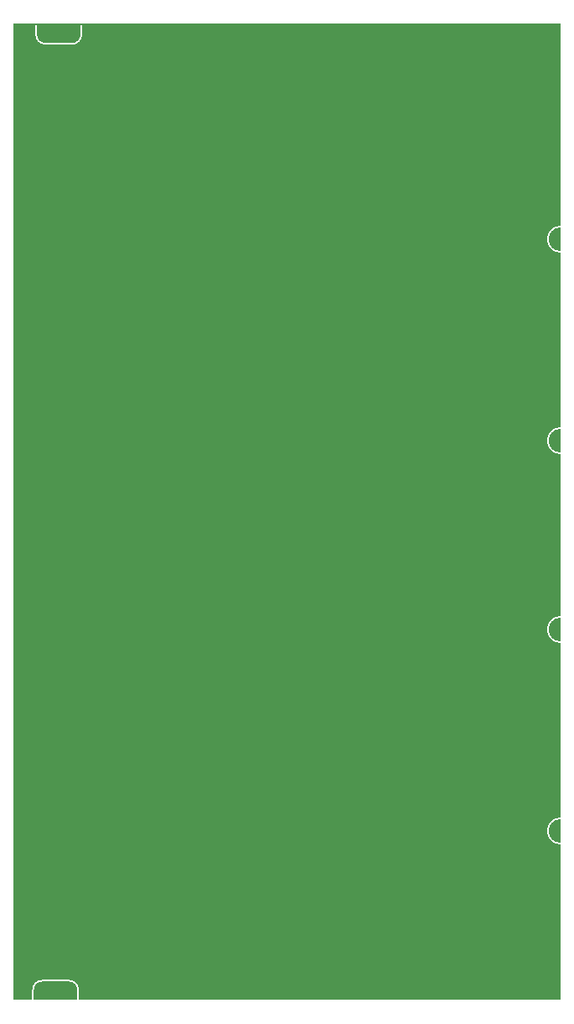
<source format=gbr>
G04 DipTrace 4.3.0.5*
G04 Board.gbr*
%MOMM*%
G04 #@! TF.FileFunction,Drawing,Board polygon*
G04 #@! TF.Part,Single*
%ADD12C,0.14*%
%FSLAX35Y35*%
G04*
G71*
G90*
G75*
G01*
G04 BoardPoly*
%LPD*%
G36*
X-1714500Y9667700D2*
X3810000D1*
Y-174600D1*
X-1714500D1*
Y9667700D1*
G37*
G04 BoardPoly Clear*
%LPC*%
X3810000Y7622500D2*
D12*
G03X3810000Y7368500I0J-127000D01*
G01*
Y5590500D2*
G03X3810000Y5336500I0J-127000D01*
G01*
Y3685500D2*
G03X3810000Y3431500I0J-127000D01*
G01*
Y1653503D2*
G03X3810000Y1399500I2J-127002D01*
G01*
X-1486803Y9556747D2*
G03X-1397000Y9466947I89800J0D01*
G01*
X-1031877Y9556750D2*
G02X-1121677Y9466947I-89800J-4D01*
G01*
X-1397000D2*
X-1121677D1*
X-1486803Y9652003D2*
Y9556747D1*
X-1031873Y9652000D2*
X-1031877Y9556750D1*
X-1518553Y-73920D2*
G02X-1428750Y15880I89805J-5D01*
G01*
X-1063627Y-73927D2*
G03X-1153427Y15880I-89805J1D01*
G01*
X-1428750D2*
X-1153427D1*
X-1518553Y-169180D2*
Y-73920D1*
X-1063623Y-169177D2*
X-1063627Y-73927D1*
M02*

</source>
